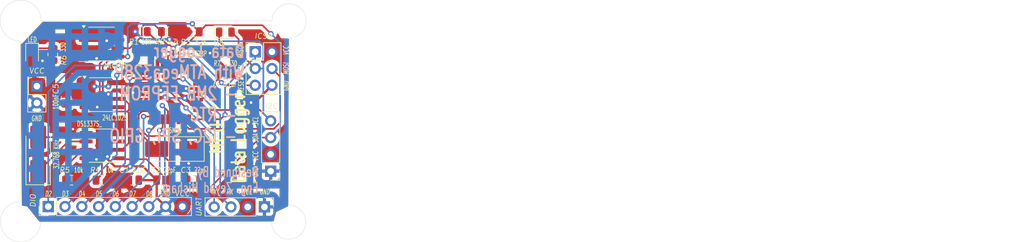
<source format=kicad_pcb>
(kicad_pcb (version 20241229) (generator "pcbnew") (generator_version "9.0")
  (title_block (title "${project_name}") (date "2025-08-28") (comment 1 "2 Layer PCB Version"))
  (layers (0 "F.Cu" mixed) (2 "B.Cu" mixed) (13 "F.Paste" user) (15 "B.Paste" user) (5 "F.SilkS" user "F.Silkscreen") (7 "B.SilkS" user "B.Silkscreen") (1 "F.Mask" user) (3 "B.Mask" user) (25 "Edge.Cuts" user))
  (property "project_name" "MCU Datalogger with Memory and Clock")
  (net 0 "")
  (net 1 "/VCC")
  (net 2 "GND")
  (net 3 "Net-(U3-XTAL1{slash}PB6)")
  (net 4 "Net-(U3-XTAL2{slash}PB7)")
  (net 5 "Net-(U3-AREF)")
  (net 6 "/SCL")
  (net 7 "Net-(D1-K)")
  (net 8 "Net-(D2-K)")
  (net 9 "/SDA")
  (net 10 "/RX")
  (net 11 "/TX")
  (net 12 "/D6")
  (net 13 "/D2")
  (net 14 "/D4")
  (net 15 "/D7")
  (net 16 "/D8")
  (net 17 "/D5")
  (net 18 "/D3")
  (net 19 "/MOSI")
  (net 20 "/RESET")
  (net 21 "/MISO")
  (net 22 "Net-(U4-SQW{slash}~INT)")
  (net 23 "Net-(U4-~{INTA})")
  (net 32 "Net-(U4-X2)")
  (net 33 "Net-(U4-X1)")
  (footprint "Resistor_SMD:R_0805_2012Metric" (layer "F.Cu") (at 134.723 57.15 180)
    (property "Reference" "R5" (at 1.0682 1.524 0) (layer "F.SilkS") (effects (font (size 0.8 0.8) (thickness 0.1) (italic yes))))
    (property "Value" "10k" (at -1.0654 1.524 0) (layer "F.SilkS") (effects (font (size 0.8 0.5) (thickness 0.1))))
    (pad "1" smd roundrect (at -0.9125 0 180) (size 1.025 1.4) (layers "F.Cu" "F.Mask" "F.Paste") (roundrect_rratio 0.243902) (net 1 "/VCC"))
    (pad "2" smd roundrect (at 0.9125 0 180) (size 1.025 1.4) (layers "F.Cu" "F.Mask" "F.Paste") (roundrect_rratio 0.243902) (net 23 "Net-(U4-~{INTA})"))
  )
  (footprint "Resistor_SMD:R_0805_2012Metric" (layer "F.Cu") (at 145.288 34.6456)
    (property "Reference" "R1" (at -1.143 1.5524 0) (layer "F.SilkS") (effects (font (size 0.8 0.8) (thickness 0.1) (italic yes))))
    (property "Value" "10K" (at 0.7874 1.5524 0) (layer "F.SilkS") (effects (font (size 0.8 0.5) (thickness 0.1))))
    (pad "1" smd roundrect (at -0.9125 0) (size 1.025 1.4) (layers "F.Cu" "F.Mask" "F.Paste") (roundrect_rratio 0.243902) (net 1 "/VCC"))
    (pad "2" smd roundrect (at 0.9125 0) (size 1.025 1.4) (layers "F.Cu" "F.Mask" "F.Paste") (roundrect_rratio 0.243902) (net 20 "/RESET"))
  )
  (footprint "Capacitor_SMD:C_0805_2012Metric" (layer "F.Cu") (at 133.9088 44.704 -90)
    (property "Reference" "C5" (at -1.3574 1.5748 270) (layer "F.SilkS") (effects (font (size 0.8 0.8) (thickness 0.1) (italic yes))))
    (property "Value" "100nF" (at 0.573 1.5748 90) (layer "F.SilkS") (effects (font (size 0.8 0.5) (thickness 0.1))))
    (pad "1" smd roundrect (at -0.949999 0 270) (size 1 1.45) (layers "F.Cu" "F.Mask" "F.Paste") (net 1 "/VCC"))
    (pad "2" smd roundrect (at 0.949999 0 270) (size 1 1.45) (layers "F.Cu" "F.Mask" "F.Paste") (net 2 "GND"))
  )
  (footprint "Capacitor_SMD:C_0805_2012Metric" (layer "F.Cu") (at 143.9555 57.15 180)
    (property "Reference" "C1" (at 1.2583 1.524 0) (layer "F.SilkS") (effects (font (size 0.8 0.8) (thickness 0.1) (italic yes))))
    (property "Value" "0.1uF" (at -0.9769 1.524 0) (layer "F.SilkS") (effects (font (size 0.8 0.5) (thickness 0.1))))
    (pad "1" smd roundrect (at -0.949999 0 180) (size 1 1.45) (layers "F.Cu" "F.Mask" "F.Paste") (net 2 "GND"))
    (pad "2" smd roundrect (at 0.949999 0 180) (size 1 1.45) (layers "F.Cu" "F.Mask" "F.Paste") (net 1 "/VCC"))
  )
  (footprint "Connector_PinHeader_2.54mm:PinHeader_2x03_P2.54mm_Vertical" (layer "F.Cu") (at 162.555 37.6936)
    (property "Reference" "ICSP" (at 1.27 -2.38 0) (layer "F.SilkS") (effects (font (size 0.8 0.8) (thickness 0.1) (italic yes))))
    (property "Value" "Conn_02x03_Odd_Even" (hide yes))
    (pad "1" thru_hole rect (at 0 0) (size 1.7 1.7) (drill 1) (layers "*.Cu" "*.Mask") (net 21 "/MISO"))
    (pad "2" thru_hole circle (at 2.54 0) (size 1.7 1.7) (drill 1) (layers "*.Cu" "*.Mask") (net 1 "/VCC"))
    (pad "3" thru_hole circle (at 0 2.54) (size 1.7 1.7) (drill 1) (layers "*.Cu" "*.Mask") (net 6 "/SCL"))
    (pad "4" thru_hole circle (at 2.54 2.54) (size 1.7 1.7) (drill 1) (layers "*.Cu" "*.Mask") (net 19 "/MOSI"))
    (pad "5" thru_hole circle (at 0 5.08) (size 1.7 1.7) (drill 1) (layers "*.Cu" "*.Mask") (net 20 "/RESET"))
    (pad "6" thru_hole circle (at 2.54 5.08) (size 1.7 1.7) (drill 1) (layers "*.Cu" "*.Mask") (net 2 "GND"))
  )
  (footprint "Resistor_SMD:R_0805_2012Metric" (layer "F.Cu") (at 139.3393 57.15 180)
    (property "Reference" "R4" (at 1.0617 1.524 0) (layer "F.SilkS") (effects (font (size 0.8 0.8) (thickness 0.1) (italic yes))))
    (property "Value" "10k" (at -1.0719 1.524 0) (layer "F.SilkS") (effects (font (size 0.8 0.5) (thickness 0.1))))
    (pad "1" smd roundrect (at -0.9125 0 180) (size 1.025 1.4) (layers "F.Cu" "F.Mask" "F.Paste") (roundrect_rratio 0.243902) (net 1 "/VCC"))
    (pad "2" smd roundrect (at 0.9125 0 180) (size 1.025 1.4) (layers "F.Cu" "F.Mask" "F.Paste") (roundrect_rratio 0.243902) (net 22 "Net-(U4-SQW{slash}~INT)"))
  )
  (footprint "Crystal:Crystal_SMD_5032-2Pin_5.0x3.2mm_HandSoldering" (layer "F.Cu") (at 129.667 53.2384 90)
    (property "Reference" "Y2" (hide yes))
    (property "Value" "32.768 KHz" (at 0 2.7686 90) (layer "F.SilkS") (effects (font (size 0.8 0.5) (thickness 0.1))))
    (pad "1" smd roundrect (at -2.600001 0 90) (size 3.5 2.4) (layers "F.Cu" "F.Mask" "F.Paste") (roundrect_rratio 0.104167) (net 32 "Net-(U4-X2)"))
    (pad "2" smd roundrect (at 2.600001 0 90) (size 3.5 2.4) (layers "F.Cu" "F.Mask" "F.Paste") (roundrect_rratio 0.104167) (net 33 "Net-(U4-X1)"))
  )
  (footprint "MountingHole:MountingHole_2.1mm" (layer "F.Cu") (at 167.64 33.0708)
    (property "Reference" "H1" (hide yes))
    (property "Value" "MountingHole" (hide yes))
    (pad "" np_thru_hole circle (at 0 0) (size 2.1 2.1) (drill 2.1) (layers "*.Cu" "*.Mask"))
  )
  (footprint "Package_SO:SOIC-8_3.9x4.9mm_P1.27mm" (layer "F.Cu") (at 139.3952 44.1861)
    (property "Reference" "U1" (hide yes))
    (property "Value" "24LC1025" (at 1.8796 3.5124 0) (layer "F.SilkS") (effects (font (size 0.8 0.5) (thickness 0.1))))
    (pad "1" smd roundrect (at -2.475 -1.905) (size 1.95 0.6) (layers "F.Cu" "F.Mask" "F.Paste") (net 1 "/VCC"))
    (pad "2" smd roundrect (at -2.475 -0.635) (size 1.95 0.6) (layers "F.Cu" "F.Mask" "F.Paste") (net 1 "/VCC"))
    (pad "3" smd roundrect (at -2.475 0.635) (size 1.95 0.6) (layers "F.Cu" "F.Mask" "F.Paste") (net 1 "/VCC"))
    (pad "4" smd roundrect (at -2.475 1.905) (size 1.95 0.6) (layers "F.Cu" "F.Mask" "F.Paste") (net 2 "GND"))
    (pad "5" smd roundrect (at 2.475 1.905) (size 1.95 0.6) (layers "F.Cu" "F.Mask" "F.Paste") (net 9 "/SDA"))
    (pad "6" smd roundrect (at 2.475 0.635) (size 1.95 0.6) (layers "F.Cu" "F.Mask" "F.Paste") (net 6 "/SCL"))
    (pad "7" smd roundrect (at 2.475 -0.635) (size 1.95 0.6) (layers "F.Cu" "F.Mask" "F.Paste") (net 2 "GND"))
    (pad "8" smd roundrect (at 2.475 -1.905) (size 1.95 0.6) (layers "F.Cu" "F.Mask" "F.Paste") (net 1 "/VCC"))
  )
  (footprint "Package_SO:SOIC-8_3.9x4.9mm_P1.27mm" (layer "F.Cu") (at 139.2682 36.5196)
    (property "Reference" "U2" (hide yes))
    (property "Value" "24LC1025" (at 2.1082 3.2568 0) (layer "F.SilkS") (effects (font (size 0.8 0.5) (thickness 0.1))))
    (pad "1" smd roundrect (at -2.475 -1.905) (size 1.95 0.6) (layers "F.Cu" "F.Mask" "F.Paste") (net 1 "/VCC"))
    (pad "2" smd roundrect (at -2.475 -0.635) (size 1.95 0.6) (layers "F.Cu" "F.Mask" "F.Paste") (net 2 "GND"))
    (pad "3" smd roundrect (at -2.475 0.635) (size 1.95 0.6) (layers "F.Cu" "F.Mask" "F.Paste") (net 1 "/VCC"))
    (pad "4" smd roundrect (at -2.475 1.905) (size 1.95 0.6) (layers "F.Cu" "F.Mask" "F.Paste") (net 2 "GND"))
    (pad "5" smd roundrect (at 2.475 1.905) (size 1.95 0.6) (layers "F.Cu" "F.Mask" "F.Paste") (net 9 "/SDA"))
    (pad "6" smd roundrect (at 2.475 0.635) (size 1.95 0.6) (layers "F.Cu" "F.Mask" "F.Paste") (net 6 "/SCL"))
    (pad "7" smd roundrect (at 2.475 -0.635) (size 1.95 0.6) (layers "F.Cu" "F.Mask" "F.Paste") (net 2 "GND"))
    (pad "8" smd roundrect (at 2.475 -1.905) (size 1.95 0.6) (layers "F.Cu" "F.Mask" "F.Paste") (net 1 "/VCC"))
  )
  (footprint "MountingHole:MountingHole_2.1mm" (layer "F.Cu") (at 167.64 63.5)
    (property "Reference" "H3" (hide yes))
    (property "Value" "MountingHole" (hide yes))
    (pad "" np_thru_hole circle (at 0 0) (size 2.1 2.1) (drill 2.1) (layers "*.Cu" "*.Mask"))
  )
  (footprint "footprints:QFP80P900X900X120-32N" (layer "F.Cu") (at 149.733 43.75)
    (property "Reference" "U3" (hide yes))
    (property "Value" "ATmega328P" (at 3.1242 -5.7516 0) (layer "F.SilkS") (effects (font (size 0.8 0.5) (thickness 0.1))))
    (pad "1" smd roundrect (at -4.17 -2.8) (size 1.47 0.55) (layers "F.Cu" "F.Mask" "F.Paste") (roundrect_rratio 0.125) (net 18 "/D3"))
    (pad "2" smd roundrect (at -4.17 -2) (size 1.47 0.55) (layers "F.Cu" "F.Mask" "F.Paste") (roundrect_rratio 0.125) (net 14 "/D4"))
    (pad "3" smd roundrect (at -4.17 -1.2) (size 1.47 0.55) (layers "F.Cu" "F.Mask" "F.Paste") (roundrect_rratio 0.125) (net 2 "GND"))
    (pad "4" smd roundrect (at -4.17 -0.4) (size 1.47 0.55) (layers "F.Cu" "F.Mask" "F.Paste") (roundrect_rratio 0.125) (net 1 "/VCC"))
    (pad "5" smd roundrect (at -4.17 0.4) (size 1.47 0.55) (layers "F.Cu" "F.Mask" "F.Paste") (roundrect_rratio 0.125) (net 2 "GND"))
    (pad "6" smd roundrect (at -4.17 1.2) (size 1.47 0.55) (layers "F.Cu" "F.Mask" "F.Paste") (roundrect_rratio 0.125) (net 1 "/VCC"))
    (pad "7" smd roundrect (at -4.17 2) (size 1.47 0.55) (layers "F.Cu" "F.Mask" "F.Paste") (roundrect_rratio 0.125) (net 3 "Net-(U3-XTAL1{slash}PB6)"))
    (pad "8" smd roundrect (at -4.17 2.8) (size 1.47 0.55) (layers "F.Cu" "F.Mask" "F.Paste") (roundrect_rratio 0.125) (net 4 "Net-(U3-XTAL2{slash}PB7)"))
    (pad "9" smd roundrect (at -2.8 4.17) (size 0.55 1.47) (layers "F.Cu" "F.Mask" "F.Paste") (roundrect_rratio 0.125) (net 17 "/D5"))
    (pad "10" smd roundrect (at -2 4.17) (size 0.55 1.47) (layers "F.Cu" "F.Mask" "F.Paste") (roundrect_rratio 0.125) (net 12 "/D6"))
    (pad "11" smd roundrect (at -1.2 4.17) (size 0.55 1.47) (layers "F.Cu" "F.Mask" "F.Paste") (roundrect_rratio 0.125) (net 15 "/D7"))
    (pad "12" smd roundrect (at -0.4 4.17) (size 0.55 1.47) (layers "F.Cu" "F.Mask" "F.Paste") (roundrect_rratio 0.125) (net 16 "/D8"))
    (pad "13" smd roundrect (at 0.4 4.17) (size 0.55 1.47) (layers "F.Cu" "F.Mask" "F.Paste") (roundrect_rratio 0.125))
    (pad "14" smd roundrect (at 1.2 4.17) (size 0.55 1.47) (layers "F.Cu" "F.Mask" "F.Paste") (roundrect_rratio 0.125))
    (pad "15" smd roundrect (at 2 4.17) (size 0.55 1.47) (layers "F.Cu" "F.Mask" "F.Paste") (roundrect_rratio 0.125) (net 19 "/MOSI"))
    (pad "16" smd roundrect (at 2.8 4.17) (size 0.55 1.47) (layers "F.Cu" "F.Mask" "F.Paste") (roundrect_rratio 0.125) (net 21 "/MISO"))
    (pad "17" smd roundrect (at 4.17 2.8) (size 1.47 0.55) (layers "F.Cu" "F.Mask" "F.Paste") (roundrect_rratio 0.125) (net 6 "/SCL"))
    (pad "18" smd roundrect (at 4.17 2) (size 1.47 0.55) (layers "F.Cu" "F.Mask" "F.Paste") (roundrect_rratio 0.125) (net 1 "/VCC"))
    (pad "19" smd roundrect (at 4.17 1.2) (size 1.47 0.55) (layers "F.Cu" "F.Mask" "F.Paste") (roundrect_rratio 0.125))
    (pad "20" smd roundrect (at 4.17 0.4) (size 1.47 0.55) (layers "F.Cu" "F.Mask" "F.Paste") (roundrect_rratio 0.125) (net 5 "Net-(U3-AREF)"))
    (pad "21" smd roundrect (at 4.17 -0.4) (size 1.47 0.55) (layers "F.Cu" "F.Mask" "F.Paste") (roundrect_rratio 0.125) (net 2 "GND"))
    (pad "22" smd roundrect (at 4.17 -1.2) (size 1.47 0.55) (layers "F.Cu" "F.Mask" "F.Paste") (roundrect_rratio 0.125))
    (pad "23" smd roundrect (at 4.17 -2) (size 1.47 0.55) (layers "F.Cu" "F.Mask" "F.Paste") (roundrect_rratio 0.125))
    (pad "24" smd roundrect (at 4.17 -2.8) (size 1.47 0.55) (layers "F.Cu" "F.Mask" "F.Paste") (roundrect_rratio 0.125))
    (pad "25" smd roundrect (at 2.8 -4.17) (size 0.55 1.47) (layers "F.Cu" "F.Mask" "F.Paste") (roundrect_rratio 0.125))
    (pad "26" smd roundrect (at 2 -4.17) (size 0.55 1.47) (layers "F.Cu" "F.Mask" "F.Paste") (roundrect_rratio 0.125))
    (pad "27" smd roundrect (at 1.2 -4.17) (size 0.55 1.47) (layers "F.Cu" "F.Mask" "F.Paste") (roundrect_rratio 0.125) (net 9 "/SDA"))
    (pad "28" smd roundrect (at 0.4 -4.17) (size 0.55 1.47) (layers "F.Cu" "F.Mask" "F.Paste") (roundrect_rratio 0.125) (net 6 "/SCL"))
    (pad "29" smd roundrect (at -0.4 -4.17) (size 0.55 1.47) (layers "F.Cu" "F.Mask" "F.Paste") (roundrect_rratio 0.125) (net 20 "/RESET"))
    (pad "30" smd roundrect (at -1.2 -4.17) (size 0.55 1.47) (layers "F.Cu" "F.Mask" "F.Paste") (roundrect_rratio 0.125) (net 10 "/RX"))
    (pad "31" smd roundrect (at -2 -4.17) (size 0.55 1.47) (layers "F.Cu" "F.Mask" "F.Paste") (roundrect_rratio 0.125) (net 11 "/TX"))
    (pad "32" smd roundrect (at -2.8 -4.17) (size 0.55 1.47) (layers "F.Cu" "F.Mask" "F.Paste") (roundrect_rratio 0.125) (net 13 "/D2"))
  )
  (footprint "Connector_PinHeader_2.54mm:PinHeader_1x04_P2.54mm_Vertical" (layer "F.Cu") (at 163.957 61.204 -90)
    (property "Reference" "UART" (at 0 9.9314 270) (layer "F.SilkS") (effects (font (size 0.8 0.8) (thickness 0.1) (italic yes))))
    (property "Value" "Conn_01x04_Pin" (hide yes))
    (pad "1" thru_hole rect (at 0 0 270) (size 1.7 1.7) (drill 1) (layers "*.Cu" "*.Mask") (net 2 "GND"))
    (pad "2" thru_hole circle (at 0 2.54 270) (size 1.7 1.7) (drill 1) (layers "*.Cu" "*.Mask") (net 1 "/VCC"))
    (pad "3" thru_hole circle (at 0 5.079999 270) (size 1.7 1.7) (drill 1) (layers "*.Cu" "*.Mask") (net 10 "/RX"))
    (pad "4" thru_hole circle (at 0 7.62 270) (size 1.7 1.7) (drill 1) (layers "*.Cu" "*.Mask") (net 11 "/TX"))
  )
  (footprint "MountingHole:MountingHole_2.1mm" (layer "F.Cu") (at 127 63.5)
    (property "Reference" "H4" (hide yes))
    (property "Value" "MountingHole" (hide yes))
    (pad "" np_thru_hole circle (at 0 0) (size 2.1 2.1) (drill 2.1) (layers "*.Cu" "*.Mask"))
  )
  (footprint "LED_SMD:LED_0805_2012Metric" (layer "F.Cu") (at 158.028 34.713)
    (property "Reference" "D1" (hide yes))
    (property "Value" "LED" (at -1.031 1.7106 180) (layer "F.SilkS") (effects (font (size 0.8 0.5) (thickness 0.1))))
    (pad "1" smd roundrect (at -0.937501 0) (size 0.975 1.4) (layers "F.Cu" "F.Mask" "F.Paste") (net 7 "Net-(D1-K)"))
    (pad "2" smd roundrect (at 0.937501 0) (size 0.975 1.4) (layers "F.Cu" "F.Mask" "F.Paste") (net 6 "/SCL"))
  )
  (footprint "Connector_PinHeader_2.54mm:PinHeader_1x04_P2.54mm_Vertical" (layer "F.Cu") (at 164.8968 55.7784 180)
    (property "Reference" "I2C" (at -0.0508 9.8552 180) (layer "F.SilkS") (effects (font (size 0.8 0.8) (thickness 0.1) (italic yes))))
    (property "Value" "Conn_01x04_Pin" (hide yes))
    (pad "1" thru_hole rect (at 0 0 180) (size 1.7 1.7) (drill 1) (layers "*.Cu" "*.Mask") (net 2 "GND"))
    (pad "2" thru_hole circle (at 0 2.54 180) (size 1.7 1.7) (drill 1) (layers "*.Cu" "*.Mask") (net 1 "/VCC"))
    (pad "3" thru_hole circle (at 0 5.079999 180) (size 1.7 1.7) (drill 1) (layers "*.Cu" "*.Mask") (net 9 "/SDA"))
    (pad "4" thru_hole circle (at 0 7.62 180) (size 1.7 1.7) (drill 1) (layers "*.Cu" "*.Mask") (net 6 "/SCL"))
  )
  (footprint "Capacitor_SMD:C_0805_2012Metric" (layer "F.Cu") (at 153.188 57.15)
    (property "Reference" "C3" (at -1.1944 -1.524 0) (layer "F.SilkS") (effects (font (size 0.8 0.8) (thickness 0.1) (italic yes))))
    (property "Value" "22pF" (at 1.0408 -1.524 0) (layer "F.SilkS") (effects (font (size 0.8 0.5) (thickness 0.1))))
    (pad "1" smd roundrect (at -0.949999 0) (size 1 1.45) (layers "F.Cu" "F.Mask" "F.Paste") (net 2 "GND"))
    (pad "2" smd roundrect (at 0.949999 0) (size 1 1.45) (layers "F.Cu" "F.Mask" "F.Paste") (net 4 "Net-(U3-XTAL2{slash}PB7)"))
  )
  (footprint "Connector_PinHeader_2.54mm:PinHeader_1x09_P2.54mm_Vertical" (layer "F.Cu") (at 131.191 61.149 90)
    (property "Reference" "DIO" (at 0.9002 -2.3114 270) (layer "F.SilkS") (effects (font (size 0.8 0.8) (thickness 0.1) (italic yes))))
    (property "Value" "Conn_01x09_Pin" (hide yes))
    (pad "1" thru_hole rect (at 0 0 90) (size 1.7 1.7) (drill 1) (layers "*.Cu" "*.Mask") (net 13 "/D2"))
    (pad "2" thru_hole circle (at 0 2.54 90) (size 1.7 1.7) (drill 1) (layers "*.Cu" "*.Mask") (net 18 "/D3"))
    (pad "3" thru_hole circle (at 0 5.079999 90) (size 1.7 1.7) (drill 1) (layers "*.Cu" "*.Mask") (net 14 "/D4"))
    (pad "4" thru_hole circle (at 0 7.62 90) (size 1.7 1.7) (drill 1) (layers "*.Cu" "*.Mask") (net 17 "/D5"))
    (pad "5" thru_hole circle (at 0 10.16 90) (size 1.7 1.7) (drill 1) (layers "*.Cu" "*.Mask") (net 12 "/D6"))
    (pad "6" thru_hole circle (at 0 12.7 90) (size 1.7 1.7) (drill 1) (layers "*.Cu" "*.Mask") (net 15 "/D7"))
    (pad "7" thru_hole circle (at 0 15.24 90) (size 1.7 1.7) (drill 1) (layers "*.Cu" "*.Mask") (net 16 "/D8"))
    (pad "8" thru_hole circle (at 0 17.780001 90) (size 1.7 1.7) (drill 1) (layers "*.Cu" "*.Mask") (net 2 "GND"))
    (pad "9" thru_hole circle (at 0 20.32 90) (size 1.7 1.7) (drill 1) (layers "*.Cu" "*.Mask") (net 1 "/VCC"))
  )
  (footprint "MountingHole:MountingHole_2.1mm" (layer "F.Cu") (at 127 33.0708)
    (property "Reference" "H2" (hide yes))
    (property "Value" "MountingHole" (hide yes))
    (pad "" np_thru_hole circle (at 0 0) (size 2.1 2.1) (drill 2.1) (layers "*.Cu" "*.Mask"))
  )
  (footprint "Capacitor_SMD:C_0805_2012Metric" (layer "F.Cu") (at 158.008 40.9956)
    (property "Reference" "C4" (at -1.3462 1.6256 180) (layer "F.SilkS") (effects (font (size 0.8 0.5) (thickness 0.1) (italic yes))))
    (property "Value" "0.1uF" (at 0.7366 1.6256 0) (layer "F.SilkS") (effects (font (size 0.8 0.5) (thickness 0.1))))
    (pad "1" smd roundrect (at -0.949999 0) (size 1 1.45) (layers "F.Cu" "F.Mask" "F.Paste") (net 5 "Net-(U3-AREF)"))
    (pad "2" smd roundrect (at 0.949999 0) (size 1 1.45) (layers "F.Cu" "F.Mask" "F.Paste") (net 2 "GND"))
  )
  (footprint "Resistor_SMD:R_0805_2012Metric" (layer "F.Cu") (at 153.162 34.668)
    (property "Reference" "R3" (at -1.1684 1.5524 0) (layer "F.SilkS") (effects (font (size 0.8 0.8) (thickness 0.1) (italic yes))))
    (property "Value" "4.7k" (at 1.1176 1.5524 0) (layer "F.SilkS") (effects (font (size 0.8 0.5) (thickness 0.1))))
    (pad "1" smd roundrect (at -0.9125 0) (size 1.025 1.4) (layers "F.Cu" "F.Mask" "F.Paste") (roundrect_rratio 0.243902) (net 1 "/VCC"))
    (pad "2" smd roundrect (at 0.9125 0) (size 1.025 1.4) (layers "F.Cu" "F.Mask" "F.Paste") (roundrect_rratio 0.243902) (net 9 "/SDA"))
  )
  (footprint "Crystal:Crystal_SMD_5032-2Pin_5.0x3.2mm_HandSoldering" (layer "F.Cu") (at 150.2156 52.4256 180)
    (property "Reference" "Y1" (hide yes))
    (property "Value" "16MHz" (at 0 2.8 0) (layer "F.SilkS") (effects (font (size 0.8 0.5) (thickness 0.1))))
    (pad "1" smd roundrect (at -2.600001 0 180) (size 3.5 2.4) (layers "F.Cu" "F.Mask" "F.Paste") (roundrect_rratio 0.104167) (net 4 "Net-(U3-XTAL2{slash}PB7)"))
    (pad "2" smd roundrect (at 2.600001 0 180) (size 3.5 2.4) (layers "F.Cu" "F.Mask" "F.Paste") (roundrect_rratio 0.104167) (net 3 "Net-(U3-XTAL1{slash}PB6)"))
  )
  (footprint "Resistor_SMD:R_0805_2012Metric" (layer "F.Cu") (at 157.988 37.9476)
    (property "Reference" "R7" (at -1.256476 1.524 180) (layer "F.SilkS") (effects (font (size 0.8 0.5) (thickness 0.1) (italic yes))))
    (property "Value" "330" (at 1.1176 1.524 180) (layer "F.SilkS") (effects (font (size 0.8 0.5) (thickness 0.1))))
    (pad "1" smd roundrect (at -0.9125 0) (size 1.025 1.4) (layers "F.Cu" "F.Mask" "F.Paste") (roundrect_rratio 0.243902) (net 2 "GND"))
    (pad "2" smd roundrect (at 0.9125 0) (size 1.025 1.4) (layers "F.Cu" "F.Mask" "F.Paste") (roundrect_rratio 0.243902) (net 7 "Net-(D1-K)"))
  )
  (footprint "Resistor_SMD:R_0805_2012Metric" (layer "F.Cu") (at 149.2504 34.6456 180)
    (property "Reference" "R2" (at 1.1684 -1.5016 0) (layer "F.SilkS") (effects (font (size 0.8 0.8) (thickness 0.1) (italic yes))))
    (property "Value" "4.7k" (at -0.9125 -1.5524 0) (layer "F.SilkS") (effects (font (size 0.8 0.5) (thickness 0.1))))
    (pad "1" smd roundrect (at -0.9125 0 180) (size 1.025 1.4) (layers "F.Cu" "F.Mask" "F.Paste") (roundrect_rratio 0.243902) (net 1 "/VCC"))
    (pad "2" smd roundrect (at 0.9125 0 180) (size 1.025 1.4) (layers "F.Cu" "F.Mask" "F.Paste") (roundrect_rratio 0.243902) (net 6 "/SCL"))
  )
  (footprint "LED_SMD:LED_0805_2012Metric" (layer "F.Cu") (at 128.7398 38.1 -90)
    (property "Reference" "D2" (hide yes))
    (property "Value" "LED" (at -2.2464 -0.0128 180) (layer "F.SilkS") (effects (font (size 0.8 0.5) (thickness 0.1))))
    (pad "1" smd roundrect (at -0.937501 0 270) (size 0.975 1.4) (layers "F.Cu" "F.Mask" "F.Paste") (net 8 "Net-(D2-K)"))
    (pad "2" smd roundrect (at 0.937501 0 270) (size 0.975 1.4) (layers "F.Cu" "F.Mask" "F.Paste") (net 1 "/VCC"))
  )
  (footprint "footprints:SOIC127P600X175-8N" (layer "F.Cu") (at 139.3952 51.9176)
    (property "Reference" "U4" (hide yes))
    (property "Value" "DS1337S_" (at -1.9812 -3.302 0) (layer "F.SilkS") (effects (font (size 0.8 0.5) (thickness 0.1))))
    (pad "1" smd roundrect (at -2.475 -1.905) (size 1.97 0.59) (layers "F.Cu" "F.Mask" "F.Paste") (roundrect_rratio 0.125) (net 33 "Net-(U4-X1)"))
    (pad "2" smd roundrect (at -2.475 -0.635) (size 1.97 0.59) (layers "F.Cu" "F.Mask" "F.Paste") (roundrect_rratio 0.125) (net 32 "Net-(U4-X2)"))
    (pad "3" smd roundrect (at -2.475 0.635) (size 1.97 0.59) (layers "F.Cu" "F.Mask" "F.Paste") (roundrect_rratio 0.125) (net 23 "Net-(U4-~{INTA})"))
    (pad "4" smd roundrect (at -2.475 1.905) (size 1.97 0.59) (layers "F.Cu" "F.Mask" "F.Paste") (roundrect_rratio 0.125) (net 2 "GND"))
    (pad "5" smd roundrect (at 2.475 1.905) (size 1.97 0.59) (layers "F.Cu" "F.Mask" "F.Paste") (roundrect_rratio 0.125) (net 9 "/SDA"))
    (pad "6" smd roundrect (at 2.475 0.635) (size 1.97 0.59) (layers "F.Cu" "F.Mask" "F.Paste") (roundrect_rratio 0.125) (net 6 "/SCL"))
    (pad "7" smd roundrect (at 2.475 -0.635) (size 1.97 0.59) (layers "F.Cu" "F.Mask" "F.Paste") (roundrect_rratio 0.125) (net 22 "Net-(U4-SQW{slash}~INT)"))
    (pad "8" smd roundrect (at 2.475 -1.905) (size 1.97 0.59) (layers "F.Cu" "F.Mask" "F.Paste") (roundrect_rratio 0.125) (net 1 "/VCC"))
  )
  (footprint "Connector_PinHeader_2.54mm:PinHeader_2x01_P2.54mm_Vertical" (layer "F.Cu") (at 129.4638 42.9068 -90)
    (property "Reference" "VCC" (at -2.3176 0.0254 0) (layer "F.SilkS") (effects (font (size 0.8 0.8) (thickness 0.1) (italic yes))))
    (property "Value" "Battery" (hide yes))
    (pad "1" thru_hole rect (at 0 0 270) (size 1.7 1.7) (drill 1) (layers "*.Cu" "*.Mask") (net 1 "/VCC"))
    (pad "2" thru_hole circle (at 2.54 0 270) (size 1.7 1.7) (drill 1) (layers "*.Cu" "*.Mask") (net 2 "GND"))
  )
  (footprint "Capacitor_SMD:C_0805_2012Metric" (layer "F.Cu") (at 148.5718 57.15)
    (property "Reference" "C2" (at -1.1502 -1.524 0) (layer "F.SilkS") (effects (font (size 0.8 0.8) (thickness 0.1) (italic yes))))
    (property "Value" "22pF" (at 1.0342 -1.524 0) (layer "F.SilkS") (effects (font (size 0.8 0.5) (thickness 0.1))))
    (pad "1" smd roundrect (at -0.949999 0) (size 1 1.45) (layers "F.Cu" "F.Mask" "F.Paste") (net 2 "GND"))
    (pad "2" smd roundrect (at 0.949999 0) (size 1 1.45) (layers "F.Cu" "F.Mask" "F.Paste") (net 3 "Net-(U3-XTAL1{slash}PB6)"))
  )
  (footprint "Resistor_SMD:R_0805_2012Metric" (layer "F.Cu") (at 131.8768 38.1 90)
    (property "Reference" "R6" (at -0.9125 1.6603 270) (layer "F.SilkS") (effects (font (size 0.8 0.8) (thickness 0.1) (italic yes))))
    (property "Value" "330" (at 1.1288 1.5494 90) (layer "F.SilkS") (effects (font (size 0.8 0.5) (thickness 0.1))))
    (pad "1" smd roundrect (at -0.9125 0 90) (size 1.025 1.4) (layers "F.Cu" "F.Mask" "F.Paste") (roundrect_rratio 0.243902) (net 2 "GND"))
    (pad "2" smd roundrect (at 0.9125 0 90) (size 1.025 1.4) (layers "F.Cu" "F.Mask" "F.Paste") (roundrect_rratio 0.243902) (net 8 "Net-(D2-K)"))
  )
  (gr_arc (start 130.048 63.5) (mid 124.826553 65.586725) (end 127 60.400777) (stroke (width 0.05)) (layer "Edge.Cuts"))
  (gr_line (start 130.048 63.499981) (end 165.0492 63.5) (stroke (width 0.05)) (layer "Edge.Cuts"))
  (gr_arc (start 167.64 60.9092) (mid 169.471972 65.331972) (end 165.0492 63.5) (stroke (width 0.05)) (layer "Edge.Cuts"))
  (gr_arc (start 127 36.068) (mid 124.82685 30.760132) (end 130.098384 33.019993) (stroke (width 0.05)) (layer "Edge.Cuts"))
  (gr_line (start 130.098383 33.019993) (end 165.1 33.02) (stroke (width 0.05)) (layer "Edge.Cuts"))
  (gr_arc (start 165.1 33.02) (mid 169.504364 31.169803) (end 167.742605 35.610282) (stroke (width 0.05)) (layer "Edge.Cuts"))
  (gr_line (start 167.64 60.9092) (end 167.742605 35.610282) (stroke (width 0.05)) (layer "Edge.Cuts"))
  (gr_line (start 127 36.068) (end 127 60.400777) (stroke (width 0.05)) (layer "Edge.Cuts"))
  (gr_text "D3" (at 133.739467 59.2328 0) (layer "F.SilkS") (effects (font (size 0.8 0.5) (thickness 0.1) (italic yes))))
  (gr_text "VCC" (at 162.6108 53.4924 90) (layer "F.SilkS") (effects (font (size 0.8 0.5) (thickness 0.1) (italic yes))))
  (gr_text "SDA" (at 162.6108 50.800001 90) (layer "F.SilkS") (effects (font (size 0.8 0.5) (thickness 0.1) (italic yes))))
  (gr_text "GND" (at 167.2336 42.8752 90) (layer "F.SilkS") (effects (font (size 0.8 0.5) (thickness 0.1) (italic yes))))
  (gr_text "MCU\nData Logger" (at 158.4198 50.8 90) (layer "F.SilkS") (effects (font (size 2 1.5) (thickness 0.3) (bold yes))))
  (gr_text "RX" (at 158.6992 58.928 0) (layer "F.SilkS") (effects (font (size 0.8 0.5) (thickness 0.1) (italic yes))))
  (gr_text "GND" (at 129.3876 47.8028 0) (layer "F.SilkS") (effects (font (size 0.8 0.5) (thickness 0.1) (italic yes))))
  (gr_text "GND" (at 148.8948 59.182 0) (layer "F.SilkS") (effects (font (size 0.8 0.5) (thickness 0.1) (italic yes))))
  (gr_text "SCL\n" (at 160.4264 40.2706 90) (layer "F.SilkS") (effects (font (size 0.8 0.5) (thickness 0.1) (italic yes))))
  (gr_text "GND" (at 163.9824 58.928 0) (layer "F.SilkS") (effects (font (size 0.8 0.5) (thickness 0.1) (italic yes))))
  (gr_text "D5" (at 138.8364 59.2328 0) (layer "F.SilkS") (effects (font (size 0.8 0.5) (thickness 0.1) (italic yes))))
  (gr_text "MOSI\n" (at 167.2336 40.2336 90) (layer "F.SilkS") (effects (font (size 0.8 0.5) (thickness 0.1) (italic yes))))
  (gr_text "D2" (at 131.191 59.2328 0) (layer "F.SilkS") (effects (font (size 0.8 0.5) (thickness 0.1) (italic yes))))
  (gr_text "GND" (at 162.6108 55.9308 90) (layer "F.SilkS") (effects (font (size 0.8 0.5) (thickness 0.1) (italic yes))))
  (gr_text "MISO" (at 160.3756 37.6936 90) (layer "F.SilkS") (effects (font (size 0.8 0.5) (thickness 0.1) (italic yes))))
  (gr_text "D6\n" (at 141.384867 59.2328 0) (layer "F.SilkS") (effects (font (size 0.8 0.5) (thickness 0.1) (italic yes))))
  (gr_text "VCC" (at 161.3916 58.928 0) (layer "F.SilkS") (effects (font (size 0.8 0.5) (thickness 0.1) (italic yes))))
  (gr_text "VCC" (at 167.2336 37.4904 90) (layer "F.SilkS") (effects (font (size 0.8 0.5) (thickness 0.1) (italic yes))))
  (gr_text "SCL\n" (at 162.6108 48.2092 90) (layer "F.SilkS") (effects (font (size 0.8 0.5) (thickness 0.1) (italic yes))))
  (gr_text "D8" (at 146.4818 59.2328 0) (layer "F.SilkS") (effects (font (size 0.8 0.5) (thickness 0.1) (italic yes))))
  (gr_text "RESET" (at 160.4264 42.8244 90) (layer "F.SilkS") (effects (font (size 0.8 0.5) (thickness 0.1) (italic yes))))
  (gr_text "TX\n" (at 156.2608 58.928 0) (layer "F.SilkS") (effects (font (size 0.8 0.5) (thickness 0.1) (italic yes))))
  (gr_text "D4\n" (at 136.287933 59.2328 0) (layer "F.SilkS") (effects (font (size 0.8 0.5) (thickness 0.1) (italic yes))))
  (gr_text "VCC" (at 151.511 59.182 0) (layer "F.SilkS") (effects (font (size 0.8 0.8) (thickness 0.1) (italic yes))))
  (gr_text "D7" (at 143.933333 59.2328 0) (layer "F.SilkS") (effects (font (size 0.8 0.5) (thickness 0.1) (italic yes))))
  (gr_text "Data Logger \nWith ATMega328P\n - 2MB EEPROM\n - RTC\n - I2C, SPI, GPIO" (at 161.1122 51.6382 0) (layer "B.SilkS") (effects (font (size 2 1.5) (thickness 0.3) (bold yes)) (justify left bottom mirror)))
  (gr_text "Designed By:\nEng. Zeyad Hisham" (at 163.1696 59.2074 0) (layer "B.SilkS") (effects (font (size 1.5 1) (thickness 0.2) (bold yes)) (justify left bottom mirror)))
  (segment (start 150.1629 35.185734) (end 149.556781 35.791853) (width 0.35) (layer "F.Cu") (net 1))
  (segment (start 153.903 45.75) (end 152.9126 45.75) (width 0.35) (layer "F.Cu") (net 1))
  (segment (start 148.830088 44.563088) (end 146.724 44.563088) (width 0.35) (layer "F.Cu") (net 1))
  (segment (start 148.8694 44.6024) (end 148.830088 44.563088) (width 0.35) (layer "F.Cu") (net 1))
  (segment (start 150.1629 34.6456) (end 150.1629 35.185734) (width 0.35) (layer "F.Cu") (net 1))
  (segment (start 138.1638 42.9514) (end 137.5199 42.9514) (width 0.35) (layer "F.Cu") (net 1))
  (segment (start 141.8702 42.2811) (end 140.9667 42.2811) (width 0.35) (layer "F.Cu") (net 1))
  (segment (start 137.5199 42.9514) (end 136.9202 43.5511) (width 0.35) (layer "F.Cu") (net 1))
  (segment (start 146.337088 44.95) (end 146.724 44.563088) (width 0.35) (layer "F.Cu") (net 1))
  (segment (start 145.563 44.95) (end 146.337088 44.95) (width 0.35) (layer "F.Cu") (net 1))
  (segment (start 146.724 43.736912) (end 146.337088 43.35) (width 0.35) (layer "F.Cu") (net 1))
  (segment (start 146.337088 43.35) (end 145.563 43.35) (width 0.35) (layer "F.Cu") (net 1))
  (segment (start 152.9126 45.75) (end 151.892 44.7294) (width 0.35) (layer "F.Cu") (net 1))
  (segment (start 140.9667 42.2811) (end 140.2964 42.9514) (width 0.35) (layer "F.Cu") (net 1))
  (segment (start 143.965151 42.581099) (end 142.170199 42.581099) (width 0.35) (layer "F.Cu") (net 1))
  (segment (start 144.734052 43.35) (end 143.965151 42.581099) (width 0.35) (layer "F.Cu") (net 1))
  (segment (start 142.170199 42.581099) (end 141.8702 42.2811) (width 0.35) (layer "F.Cu") (net 1))
  (segment (start 145.563 43.35) (end 144.734052 43.35) (width 0.35) (layer "F.Cu") (net 1))
  (segment (start 146.724 44.563088) (end 146.724 43.736912) (width 0.35) (layer "F.Cu") (net 1))
  (via (at 151.892 44.7294) (size 0.9) (drill 0.4) (layers "F.Cu" "B.Cu") (net 1))
  (via (at 149.556781 35.791853) (size 0.9) (drill 0.4) (layers "F.Cu" "B.Cu") (net 1))
  (via (at 140.2964 42.9514) (size 0.9) (drill 0.4) (layers "F.Cu" "B.Cu") (net 1))
  (via (at 148.8694 44.6024) (size 0.9) (drill 0.4) (layers "F.Cu" "B.Cu") (net 1))
  (via (at 138.1638 42.9514) (size 0.9) (drill 0.4) (layers "F.Cu" "B.Cu") (net 1))
  (via (at 144.3755 34.6456) (size 0.9) (drill 0.4) (layers "F.Cu" "B.Cu") (net 1))
  (segment (start 149.556781 35.791853) (end 145.521753 35.791853) (width 0.35) (layer "B.Cu") (net 1))
  (segment (start 151.892 44.7294) (end 148.9964 44.7294) (width 0.35) (layer "B.Cu") (net 1))
  (segment (start 148.9964 44.7294) (end 148.8694 44.6024) (width 0.35) (layer "B.Cu") (net 1))
  (segment (start 140.2964 42.9514) (end 138.1638 42.9514) (width 0.35) (layer "B.Cu") (net 1))
  (segment (start 145.521753 35.791853) (end 144.3755 34.6456) (width 0.35) (layer "B.Cu") (net 1))
  (segment (start 140.0489 36.026) (end 136.9346 36.026) (width 0.35) (layer "F.Cu") (net 2))
  (segment (start 144.9055 57.15) (end 147.6218 57.15) (width 0.35) (layer "F.Cu") (net 2))
  (segment (start 153.8186 43.2656) (end 153.903 43.35) (width 0.35) (layer "F.Cu") (net 2))
  (segment (start 138.5164 38.6921) (end 137.0607 38.6921) (width 0.35) (layer "F.Cu") (net 2))
  (segment (start 157.0755 39.113101) (end 158.957999 40.9956) (width 0.35) (layer "F.Cu") (net 2))
  (segment (start 155.7097 37.8927) (end 157.0206 37.8927) (width 0.35) (layer "F.Cu") (net 2))
  (segment (start 152.0717 43.2656) (end 153.8186 43.2656) (width 0.35) (layer "F.Cu") (net 2))
  (segment (start 141.273502 55.0672) (end 143.5862 55.0672) (width 0.35) (layer "F.Cu") (net 2))
  (segment (start 136.9346 36.026) (end 136.7932 35.8846) (width 0.35) (layer "F.Cu") (net 2))
  (segment (start 133.9088 45.654) (end 136.4831 45.654) (width 0.35) (layer "F.Cu") (net 2))
  (segment (start 147.266 42.55) (end 145.563 42.55) (width 0.35) (layer "F.Cu") (net 2))
  (segment (start 147.621801 59.7998) (end 148.971001 61.149) (width 0.35) (layer "F.Cu") (net 2))
  (segment (start 147.621801 57.15) (end 147.621801 59.7998) (width 0.35) (layer "F.Cu") (net 2))
  (segment (start 137.9405 46.0756) (end 137.925 46.0911) (width 0.35) (layer "F.Cu") (net 2))
  (segment (start 165.095 42.7736) (end 162.4788 45.3898) (width 0.35) (layer "F.Cu") (net 2))
  (segment (start 152.238 54.8453) (end 152.238 57.15) (width 0.35) (layer "F.Cu") (net 2))
  (segment (start 144.0351 43.8899) (end 144.2952 44.15) (width 0.35) (layer "F.Cu") (net 2))
  (segment (start 162.4788 45.3898) (end 161.925 45.3898) (width 0.35) (layer "F.Cu") (net 2))
  (segment (start 144.0351 43.8899) (end 142.209 43.8899) (width 0.35) (layer "F.Cu") (net 2))
  (segment (start 141.7432 35.8846) (end 141.6018 36.026) (width 0.35) (layer "F.Cu") (net 2))
  (segment (start 138.3162 53.8226) (end 138.494 54.0004) (width 0.35) (layer "F.Cu") (net 2))
  (segment (start 140.48767 44.1198) (end 141.05637 43.5511) (width 0.35) (layer "F.Cu") (net 2))
  (segment (start 152.4727 54.6106) (end 152.238 54.8453) (width 0.35) (layer "F.Cu") (net 2))
  (segment (start 136.9202 53.8226) (end 138.3162 53.8226) (width 0.35) (layer "F.Cu") (net 2))
  (segment (start 142.209 43.8899) (end 141.8702 43.5511) (width 0.35) (layer "F.Cu") (net 2))
  (segment (start 140.144 53.937698) (end 141.273502 55.0672) (width 0.35) (layer "F.Cu") (net 2))
  (segment (start 157.0206 37.8927) (end 157.0755 37.9476) (width 0.35) (layer "F.Cu") (net 2))
  (segment (start 144.2952 44.15) (end 145.563 44.15) (width 0.35) (layer "F.Cu") (net 2))
  (segment (start 158.958 40.9956) (end 159.6978 41.7354) (width 0.35) (layer "F.Cu") (net 2))
  (segment (start 140.144 53.569275) (end 140.144 53.937698) (width 0.35) (layer "F.Cu") (net 2))
  (segment (start 138.6078 46.0756) (end 137.9405 46.0756) (width 0.35) (layer "F.Cu") (net 2))
  (segment (start 131.8357 39.0536) (end 131.8768 39.0125) (width 0.35) (layer "F.Cu") (net 2))
  (segment (start 137.0607 38.6921) (end 136.7932 38.4246) (width 0.35) (layer "F.Cu") (net 2))
  (segment (start 147.621801 57.15) (end 145.539001 55.0672) (width 0.35) (layer "F.Cu") (net 2))
  (segment (start 137.925 46.0911) (end 136.9202 46.0911) (width 0.35) (layer "F.Cu") (net 2))
  (segment (start 148.2507 43.5347) (end 147.266 42.55) (width 0.35) (layer "F.Cu") (net 2))
  (segment (start 159.6978 41.7354) (end 160.5784 41.7354) (width 0.35) (layer "F.Cu") (net 2))
  (segment (start 136.4831 45.654) (end 136.9202 46.0911) (width 0.35) (layer "F.Cu") (net 2))
  (segment (start 130.3083 39.0536) (end 131.8357 39.0536) (width 0.35) (layer "F.Cu") (net 2))
  (segment (start 141.6018 36.026) (end 140.0489 36.026) (width 0.35) (layer "F.Cu") (net 2))
  (segment (start 145.539001 55.0672) (end 143.5862 55.0672) (width 0.35) (layer "F.Cu") (net 2))
  (segment (start 140.2964 44.1198) (end 140.48767 44.1198) (width 0.35) (layer "F.Cu") (net 2))
  (segment (start 157.0755 37.9476) (end 157.0755 39.113101) (width 0.35) (layer "F.Cu") (net 2))
  (segment (start 141.05637 43.5511) (end 141.8702 43.5511) (width 0.35) (layer "F.Cu") (net 2))
  (via (at 144.0351 43.8899) (size 0.9) (drill 0.4) (layers "F.Cu" "B.Cu") (net 2))
  (via (at 143.5862 55.0672) (size 0.9) (drill 0.4) (layers "F.Cu" "B.Cu") (net 2))
  (via (at 138.6078 46.0756) (size 0.9) (drill 0.4) (layers "F.Cu" "B.Cu") (net 2))
  (via (at 152.0717 43.2656) (size 0.9) (drill 0.4) (layers "F.Cu" "B.Cu") (net 2))
  (via (at 155.7097 37.8927) (size 0.9) (drill 0.4) (layers "F.Cu" "B.Cu") (net 2))
  (via (at 138.494 54.0004) (size 0.9) (drill 0.4) (layers "F.Cu" "B.Cu") (net 2))
  (via (at 140.2964 44.1198) (size 0.9) (drill 0.4) (layers "F.Cu" "B.Cu") (net 2))
  (via (at 148.2507 43.5347) (size 0.9) (drill 0.4) (layers "F.Cu" "B.Cu") (net 2))
  (via (at 160.5784 41.7354) (size 0.9) (drill 0.4) (layers "F.Cu" "B.Cu") (net 2))
  (via (at 140.0489 36.026) (size 0.9) (drill 0.4) (layers "F.Cu" "B.Cu") (net 2))
  (via (at 140.144 53.569275) (size 0.9) (drill 0.4) (layers "F.Cu" "B.Cu") (net 2))
  (via (at 161.925 45.3898) (size 0.9) (drill 0.4) (layers "F.Cu" "B.Cu") (net 2))
  (via (at 138.5164 38.6921) (size 0.9) (drill 0.4) (layers "F.Cu" "B.Cu") (net 2))
  (via (at 130.3083 39.0536) (size 0.9) (drill 0.4) (layers "F.Cu" "B.Cu") (net 2))
  (via (at 152.4727 54.6106) (size 0.9) (drill 0.4) (layers "F.Cu" "B.Cu") (net 2))
  (segment (start 140.092525 53.5178) (end 138.9766 53.5178) (width 0.35) (layer "B.Cu") (net 2))
  (segment (start 138.9766 53.5178) (end 138.494 54.0004) (width 0.35) (layer "B.Cu") (net 2))
  (segment (start 140.144 53.569275) (end 140.092525 53.5178) (width 0.35) (layer "B.Cu") (net 2))
  (segment (start 144.8487 45.75) (end 145.563 45.75) (width 0.25) (layer "F.Cu") (net 3))
  (segment (start 144.4023 49.3288) (end 144.4023 46.1964) (width 0.25) (layer "F.Cu") (net 3))
  (segment (start 149.5218 54.3318) (end 147.6156 52.4256) (width 0.25) (layer "F.Cu") (net 3))
  (segment (start 144.4023 46.1964) (end 144.8487 45.75) (width 0.25) (layer "F.Cu") (net 3))
  (segment (start 147.6156 52.4256) (end 147.4991 52.4256) (width 0.25) (layer "F.Cu") (net 3))
  (segment (start 147.4991 52.4256) (end 144.4023 49.3288) (width 0.25) (layer "F.Cu") (net 3))
  (segment (start 149.5218 57.15) (end 149.5218 54.3318) (width 0.25) (layer "F.Cu") (net 3))
  (segment (start 144.8983 49.1624) (end 144.8983 47.2147) (width 0.25) (layer "F.Cu") (net 4))
  (segment (start 154.138 57.15) (end 154.138 53.748) (width 0.25) (layer "F.Cu") (net 4))
  (segment (start 144.8983 47.2147) (end 145.563 46.55) (width 0.25) (layer "F.Cu") (net 4))
  (segment (start 154.138 53.748) (end 152.8156 52.4256) (width 0.25) (layer "F.Cu") (net 4))
  (segment (start 150.8634 50.4734) (end 146.2093 50.4734) (width 0.25) (layer "F.Cu") (net 4))
  (segment (start 146.2093 50.4734) (end 144.8983 49.1624) (width 0.25) (layer "F.Cu") (net 4))
  (segment (start 152.8156 52.4256) (end 150.8634 50.4734) (width 0.25) (layer "F.Cu") (net 4))
  (segment (start 157.058 40.9956) (end 157.058 41.7114) (width 0.25) (layer "F.Cu") (net 5))
  (segment (start 154.6194 44.15) (end 153.903 44.15) (width 0.25) (layer "F.Cu") (net 5))
  (segment (start 157.058 41.7114) (end 154.6194 44.15) (width 0.25) (layer "F.Cu") (net 5))
  (segment (start 145.362 35.3336) (end 145.362 33.950086) (width 0.25) (layer "F.Cu") (net 6))
  (segment (start 143.383 46.9531) (end 143.1765 46.7466) (width 0.25) (layer "F.Cu") (net 6))
  (segment (start 148.3379 35.7397) (end 148.3379 34.6456) (width 0.25) (layer "F.Cu") (net 6))
  (segment (start 149.2758 36.6776) (end 149.625 36.6776) (width 0.25) (layer "F.Cu") (net 6))
  (segment (start 147.3119 33.6196) (end 148.3379 34.6456) (width 0.25) (layer "F.Cu") (net 6))
  (segment (start 163.2532 46.5148) (end 153.9382 46.5148) (width 0.25) (layer "F.Cu") (net 6))
  (segment (start 142.6365 44.8211) (end 141.8702 44.8211) (width 0.25) (layer "F.Cu") (net 6))
  (segment (start 145.692486 33.6196) (end 147.3119 33.6196) (width 0.25) (layer "F.Cu") (net 6))
  (segment (start 164.8968 48.1584) (end 163.2532 46.5148) (width 0.25) (layer "F.Cu") (net 6))
  (segment (start 145.362 33.950086) (end 145.692486 33.6196) (width 0.25) (layer "F.Cu") (net 6))
  (segment (start 143.1765 46.7466) (end 140.446941 46.7466) (width 0.25) (layer "F.Cu") (net 6))
  (segment (start 160.039 35.7865) (end 158.9655 34.713) (width 0.25) (layer "F.Cu") (net 6))
  (segment (start 143.4338 45.6184) (end 142.6365 44.8211) (width 0.25) (layer "F.Cu") (net 6))
  (segment (start 149.625 36.6776) (end 150.133 37.1856) (width 0.25) (layer "F.Cu") (net 6))
  (segment (start 141.3234 37.1546) (end 141.7432 37.1546) (width 0.25) (layer "F.Cu") (net 6))
  (segment (start 143.541 37.1546) (end 145.362 35.3336) (width 0.25) (layer "F.Cu") (net 6))
  (segment (start 143.1765 46.7466) (end 143.4338 46.4893) (width 0.25) (layer "F.Cu") (net 6))
  (segment (start 142.3676 52.5526) (end 143.383 51.5372) (width 0.25) (layer "F.Cu") (net 6))
  (segment (start 153.9382 46.5148) (end 153.903 46.55) (width 0.25) (layer "F.Cu") (net 6))
  (segment (start 140.446941 46.7466) (end 138.9888 45.288459) (width 0.25) (layer "F.Cu") (net 6))
  (segment (start 149.2758 36.6776) (end 148.3379 35.7397) (width 0.25) (layer "F.Cu") (net 6))
  (segment (start 143.4338 46.4893) (end 143.4338 45.6184) (width 0.25) (layer "F.Cu") (net 6))
  (segment (start 150.133 39.58) (end 150.133 37.1856) (width 0.25) (layer "F.Cu") (net 6))
  (segment (start 138.9888 39.4892) (end 141.3234 37.1546) (width 0.25) (layer "F.Cu") (net 6))
  (segment (start 138.9888 45.288459) (end 138.9888 39.4892) (width 0.25) (layer "F.Cu") (net 6))
  (segment (start 160.039 37.7176) (end 160.039 35.7865) (width 0.25) (layer "F.Cu") (net 6))
  (segment (start 141.8702 52.5526) (end 142.3676 52.5526) (width 0.25) (layer "F.Cu") (net 6))
  (segment (start 162.555 40.2336) (end 160.039 37.7176) (width 0.25) (layer "F.Cu") (net 6))
  (segment (start 141.7432 37.1546) (end 143.541 37.1546) (width 0.25) (layer "F.Cu") (net 6))
  (segment (start 143.383 51.5372) (end 143.383 46.9531) (width 0.25) (layer "F.Cu") (net 6))
  (via (at 150.133 37.1856) (size 0.8) (drill 0.4) (layers "F.Cu" "B.Cu") (net 6))
  (segment (start 163.7897 47.0513) (end 163.7897 40.2336) (width 0.25) (layer "B.Cu") (net 6))
  (segment (start 163.1414 36.0875) (end 163.7897 36.7358) (width 0.25) (layer "B.Cu") (net 6))
  (segment (start 162.555 40.2336) (end 163.7897 40.2336) (width 0.25) (layer "B.Cu") (net 6))
  (segment (start 150.133 37.1856) (end 151.2311 36.0875) (width 0.25) (layer "B.Cu") (net 6))
  (segment (start 163.7897 36.7358) (end 163.7897 40.2336) (width 0.25) (layer "B.Cu") (net 6))
  (segment (start 164.8968 48.1584) (end 163.7897 47.0513) (width 0.25) (layer "B.Cu") (net 6))
  (segment (start 151.2311 36.0875) (end 163.1414 36.0875) (width 0.25) (layer "B.Cu") (net 6))
  (segment (start 157.0905 36.1376) (end 158.9005 37.9476) (width 0.25) (layer "F.Cu") (net 7))
  (segment (start 157.0905 34.713) (end 157.0905 36.1376) (width 0.25) (layer "F.Cu") (net 7))
  (segment (start 131.8518 37.1625) (end 131.8768 37.1875) (width 0.25) (layer "F.Cu") (net 8))
  (segment (start 128.7398 37.1625) (end 131.8518 37.1625) (width 0.25) (layer "F.Cu") (net 8))
  (segment (start 139.4714 44.9072) (end 139.4714 39.878) (width 0.25) (layer "F.Cu") (net 9))
  (segment (start 150.933 39.58) (end 150.933 37.8125) (width 0.25) (layer "F.Cu") (net 9))
  (segment (start 149.0655 58.2782) (end 155.7168 58.2782) (width 0.25) (layer "F.Cu") (net 9))
  (segment (start 143.2306 38.4246) (end 141.7432 38.4246) (width 0.25) (layer "F.Cu") (net 9))
  (segment (start 164.929 34.9514) (end 163.6505 33.6729) (width 0.25) (layer "F.Cu") (net 9))
  (segment (start 146.0769 53.9829) (end 148.5968 56.5028) (width 0.25) (layer "F.Cu") (net 9))
  (segment (start 163.2966 50.6984) (end 164.8968 50.6984) (width 0.25) (layer "F.Cu") (net 9))
  (segment (start 163.6505 33.6729) (end 155.0696 33.6729) (width 0.25) (layer "F.Cu") (net 9))
  (segment (start 148.5968 56.5028) (end 148.5968 57.8095) (width 0.25) (layer "F.Cu") (net 9))
  (segment (start 140.9248 38.4246) (end 141.7432 38.4246) (width 0.25) (layer "F.Cu") (net 9))
  (segment (start 148.5968 57.8095) (end 149.0655 58.2782) (width 0.25) (layer "F.Cu") (net 9))
  (segment (start 155.0696 33.6729) (end 154.0745 34.668) (width 0.25) (layer "F.Cu") (net 9))
  (segment (start 142.0305 53.9829) (end 146.0769 53.9829) (width 0.25) (layer "F.Cu") (net 9))
  (segment (start 141.8702 53.8226) (end 142.0305 53.9829) (width 0.25) (layer "F.Cu") (net 9))
  (segment (start 154.0745 34.671) (end 154.0745 34.668) (width 0.25) (layer "F.Cu") (net 9))
  (segment (start 141.8702 46.0911) (end 140.6553 46.0911) (width 0.25) (layer "F.Cu") (net 9))
  (segment (start 150.933 37.8125) (end 154.0745 34.671) (width 0.25) (layer "F.Cu") (net 9))
  (segment (start 140.6553 46.0911) (end 139.4714 44.9072) (width 0.25) (layer "F.Cu") (net 9))
  (segment (start 153.035 33.6285) (end 154.0745 34.668) (width 0.25) (layer "F.Cu") (net 9))
  (segment (start 153.035 33.4518) (end 153.035 33.6285) (width 0.25) (layer "F.Cu") (net 9))
  (segment (start 155.7168 58.2782) (end 163.2966 50.6984) (width 0.25) (layer "F.Cu") (net 9))
  (segment (start 139.4714 39.878) (end 140.9248 38.4246) (width 0.25) (layer "F.Cu") (net 9))
  (via (at 143.2306 38.4246) (size 0.8) (drill 0.4) (layers "F.Cu" "B.Cu") (net 9))
  (via (at 153.035 33.4518) (size 0.8) (drill 0.4) (layers "F.Cu" "B.Cu") (net 9))
  (via (at 164.929 34.9514) (size 0.8) (drill 0.4) (layers "F.Cu" "B.Cu") (net 9))
  (segment (start 166.3257 36.3481) (end 164.929 34.9514) (width 0.25) (layer "B.Cu") (net 9))
  (segment (start 143.2306 38.4246) (end 143.2306 34.0106) (width 0.25) (layer "B.Cu") (net 9))
  (segment (start 143.7894 33.4518) (end 153.035 33.4518) (width 0.25) (layer "B.Cu") (net 9))
  (segment (start 166.3257 49.2695) (end 166.3257 36.3481) (width 0.25) (layer "B.Cu") (net 9))
  (segment (start 143.2306 34.0106) (end 143.7894 33.4518) (width 0.25) (layer "B.Cu") (net 9))
  (segment (start 164.8968 50.6984) (end 166.3257 49.2695) (width 0.25) (layer "B.Cu") (net 9))
  (segment (start 148.533 40.2418) (end 148.533 39.58) (width 0.25) (layer "F.Cu") (net 10))
  (segment (start 150.1081 41.8169) (end 148.533 40.2418) (width 0.25) (layer "F.Cu") (net 10))
  (segment (start 151.6169 41.8169) (end 150.1081 41.8169) (width 0.25) (layer "F.Cu") (net 10))
  (via (at 151.6169 41.8169) (size 0.8) (drill 0.4) (layers "F.Cu" "B.Cu") (net 10))
  (segment (start 151.6169 41.8169) (end 151.8013 41.8169) (width 0.25) (layer "B.Cu") (net 10))
  (segment (start 151.8013 41.8169) (end 157.2498 47.2654) (width 0.25) (layer "B.Cu") (net 10))
  (segment (start 157.2498 47.2654) (end 157.2498 59.5768) (width 0.25) (layer "B.Cu") (net 10))
  (segment (start 157.2498 59.5768) (end 158.877 61.204) (width 0.25) (layer "B.Cu") (net 10))
  (segment (start 152.0717 46.205) (end 152.0717 46.1866) (width 0.25) (layer "F.Cu") (net 11))
  (segment (start 147.733 41.8479) (end 147.733 39.58) (width 0.25) (layer "F.Cu") (net 11))
  (segment (start 152.0717 46.1866) (end 147.733 41.8479) (width 0.25) (layer "F.Cu") (net 11))
  (via (at 152.0717 46.205) (size 0.8) (drill 0.4) (layers "F.Cu" "B.Cu") (net 11))
  (segment (start 156.337 50.4703) (end 156.337 61.204) (width 0.25) (layer "B.Cu") (net 11))
  (segment (start 152.0717 46.205) (end 156.337 50.4703) (width 0.25) (layer "B.Cu") (net 11))
  (segment (start 147.733 47.92) (end 147.733 48.594) (width 0.25) (layer "F.Cu") (net 12))
  (segment (start 147.733 48.594) (end 146.7127 49.6143) (width 0.25) (layer "F.Cu") (net 12))
  (segment (start 146.7127 49.6143) (end 146.4274 49.6143) (width 0.25) (layer "F.Cu") (net 12))
  (via (at 146.4274 49.6143) (size 0.8) (drill 0.4) (layers "F.Cu" "B.Cu") (net 12))
  (segment (start 146.4274 56.0726) (end 146.4274 49.6143) (width 0.25) (layer "B.Cu") (net 12))
  (segment (start 141.351 61.149) (end 146.4274 56.0726) (width 0.25) (layer "B.Cu") (net 12))
  (segment (start 146.933 39.58) (end 146.7378 39.7752) (width 0.25) (layer "F.Cu") (net 13))
  (segment (start 146.7378 39.7752) (end 141.8717 39.7752) (width 0.25) (layer "F.Cu") (net 13))
  (via (at 141.8717 39.7752) (size 0.8) (drill 0.4) (layers "F.Cu" "B.Cu") (net 13))
  (segment (start 131.191 43.7642) (end 135.18 39.7752) (width 0.25) (layer "B.Cu") (net 13))
  (segment (start 131.191 61.149) (end 131.191 43.7642) (width 0.25) (layer "B.Cu") (net 13))
  (segment (start 135.18 39.7752) (end 141.8717 39.7752) (width 0.25) (layer "B.Cu") (net 13))
  (segment (start 143.5354 41.675) (end 145.488 41.675) (width 0.25) (layer "F.Cu") (net 14))
  (segment (start 145.488 41.675) (end 145.563 41.75) (width 0.25) (layer "F.Cu") (net 14))
  (via (at 143.5354 41.675) (size 0.8) (drill 0.4) (layers "F.Cu" "B.Cu") (net 14))
  (segment (start 143.5354 42.3818) (end 142.8525 43.0647) (width 0.25) (layer "B.Cu") (net 14))
  (segment (start 142.8525 54.5675) (end 136.271 61.149) (width 0.25) (layer "B.Cu") (net 14))
  (segment (start 142.8525 43.0647) (end 142.8525 54.5675) (width 0.25) (layer "B.Cu") (net 14))
  (segment (start 143.5354 41.675) (end 143.5354 42.3818) (width 0.25) (layer "B.Cu") (net 14))
  (segment (start 148.0758 49.6143) (end 148.533 49.1571) (width 0.25) (layer "F.Cu") (net 15))
  (segment (start 148.533 49.1571) (end 148.533 47.92) (width 0.25) (layer "F.Cu") (net 15))
  (via (at 148.0758 49.6143) (size 0.8) (drill 0.4) (layers "F.Cu" "B.Cu") (net 15))
  (segment (start 143.891 61.149) (end 148.0758 56.9642) (width 0.25) (layer "B.Cu") (net 15))
  (segment (start 148.0758 56.9642) (end 148.0758 49.6143) (width 0.25) (layer "B.Cu") (net 15))
  (segment (start 149.333 46.7009) (end 148.4758 45.8437) (width 0.25) (layer "F.Cu") (net 16))
  (segment (start 149.333 47.92) (end 149.333 46.7009) (width 0.25) (layer "F.Cu") (net 16))
  (via (at 148.4758 45.8437) (size 0.8) (drill 0.4) (layers "F.Cu" "B.Cu") (net 16))
  (segment (start 148.8595 46.2274) (end 148.8595 58.7205) (width 0.25) (layer "B.Cu") (net 16))
  (segment (start 148.8595 58.7205) (end 146.431 61.149) (width 0.25) (layer "B.Cu") (net 16))
  (segment (start 148.4758 45.8437) (end 148.8595 46.2274) (width 0.25) (layer "B.Cu") (net 16))
  (segment (start 145.6333 47.5076) (end 146.5206 47.5076) (width 0.25) (layer "F.Cu") (net 17))
  (segment (start 146.5206 47.5076) (end 146.933 47.92) (width 0.25) (layer "F.Cu") (net 17))
  (via (at 145.6333 47.5076) (size 0.8) (drill 0.4) (layers "F.Cu" "B.Cu") (net 17))
  (segment (start 145.6333 54.3267) (end 138.811 61.149) (width 0.25) (layer "B.Cu") (net 17))
  (segment (start 145.6333 47.5076) (end 145.6333 54.3267) (width 0.25) (layer "B.Cu") (net 17))
  (segment (start 141.5872 41.2551) (end 141.8923 40.95) (width 0.25) (layer "F.Cu") (net 18))
  (segment (start 141.8923 40.95) (end 145.563 40.95) (width 0.25) (layer "F.Cu") (net 18))
  (via (at 141.5872 41.2551) (size 0.8) (drill 0.4) (layers "F.Cu" "B.Cu") (net 18))
  (segment (start 133.731 61.149) (end 141.5872 53.2928) (width 0.25) (layer "B.Cu") (net 18))
  (segment (start 141.5872 53.2928) (end 141.5872 41.2551) (width 0.25) (layer "B.Cu") (net 18))
  (segment (start 151.733 48.6025) (end 152.5075 49.377) (width 0.25) (layer "F.Cu") (net 19))
  (segment (start 151.733 47.92) (end 151.733 48.6025) (width 0.25) (layer "F.Cu") (net 19))
  (segment (start 166.3452 48.4077) (end 166.3452 41.4838) (width 0.25) (layer "F.Cu") (net 19))
  (segment (start 152.5075 49.377) (end 165.3759 49.377) (width 0.25) (layer "F.Cu") (net 19))
  (segment (start 166.3452 41.4838) (end 165.095 40.2336) (width 0.25) (layer "F.Cu") (net 19))
  (segment (start 165.3759 49.377) (end 166.3452 48.4077) (width 0.25) (layer "F.Cu") (net 19))
  (segment (start 157.8516 42.7736) (end 157.4485 42.3705) (width 0.25) (layer "F.Cu") (net 20))
  (segment (start 149.333 37.9908) (end 149.333 37.7781) (width 0.25) (layer "F.Cu") (net 20))
  (segment (start 149.333 39.58) (end 149.333 37.9908) (width 0.25) (layer "F.Cu") (net 20))
  (segment (start 149.333 37.7781) (end 146.2005 34.6456) (width 0.25) (layer "F.Cu") (net 20))
  (segment (start 149.3879 37.9908) (end 149.333 37.9908) (width 0.25) (layer "F.Cu") (net 20))
  (segment (start 162.555 42.7736) (end 157.8516 42.7736) (width 0.25) (layer "F.Cu") (net 20))
  (via (at 157.4485 42.3705) (size 0.8) (drill 0.4) (layers "F.Cu" "B.Cu") (net 20))
  (via (at 149.3879 37.9908) (size 0.8) (drill 0.4) (layers "F.Cu" "B.Cu") (net 20))
  (segment (start 157.4485 42.3705) (end 153.0688 37.9908) (width 0.25) (layer "B.Cu") (net 20))
  (segment (start 153.0688 37.9908) (end 149.3879 37.9908) (width 0.25) (layer "B.Cu") (net 20))
  (segment (start 152.533 47.92) (end 157.298 47.92) (width 0.25) (layer "F.Cu") (net 21))
  (segment (start 157.298 47.92) (end 157.9765 47.2415) (width 0.25) (layer "F.Cu") (net 21))
  (via (at 157.9765 47.2415) (size 0.8) (drill 0.4) (layers "F.Cu" "B.Cu") (net 21))
  (segment (start 162.1873 38.8703) (end 157.9765 43.0811) (width 0.25) (layer "B.Cu") (net 21))
  (segment (start 157.9765 43.0811) (end 157.9765 47.2415) (width 0.25) (layer "B.Cu") (net 21))
  (segment (start 162.555 37.6936) (end 162.555 38.8703) (width 0.25) (layer "B.Cu") (net 21))
  (segment (start 162.555 38.8703) (end 162.1873 38.8703) (width 0.25) (layer "B.Cu") (net 21))
  (segment (start 141.1732 51.2826) (end 139.319 53.1368) (width 0.25) (layer "F.Cu") (net 22))
  (segment (start 139.319 53.1368) (end 139.319 56.2578) (width 0.25) (layer "F.Cu") (net 22))
  (segment (start 139.319 56.2578) (end 138.4268 57.15) (width 0.25) (layer "F.Cu") (net 22))
  (segment (start 141.8702 51.2826) (end 141.1732 51.2826) (width 0.25) (layer "F.Cu") (net 22))
  (segment (start 133.8105 55.1274) (end 136.3853 52.5526) (width 0.25) (layer "F.Cu") (net 23))
  (segment (start 133.8105 57.15) (end 133.8105 55.1274) (width 0.25) (layer "F.Cu") (net 23))
  (segment (start 136.3853 52.5526) (end 136.9202 52.5526) (width 0.25) (layer "F.Cu") (net 23))
  (segment (start 136.9202 51.2826) (end 134.2228 51.2826) (width 0.25) (layer "F.Cu") (net 32))
  (segment (start 134.2228 51.2826) (end 129.667 55.8384) (width 0.25) (layer "F.Cu") (net 32))
  (segment (start 129.667 50.6384) (end 136.2944 50.6384) (width 0.25) (layer "F.Cu") (net 33))
  (segment (start 136.2944 50.6384) (end 136.9202 50.0126) (width 0.25) (layer "F.Cu") (net 33))
  (zone (net 1) (net_name "/VCC") (layer "F.Cu") (connect_pads yes (clearance 0.5)) (min_thickness 0.25) (fill yes (mode hatch) (thermal_gap 0.5) (thermal_bridge_width 0.5) (hatch_thickness 1) (hatch_gap 1.5) (hatch_orientation 0) (hatch_border_algorithm hatch_thickness) (hatch_min_hole_area 0.3))
    (polygon (pts (xy 127.2286 36.4744) (xy 130.3528 33.1724) (xy 164.9984 33.1978) (xy 166.4716 35.6616) (xy 167.64 35.7124) (xy 167.5384 61.1124) (xy 165.735 61.976) (xy 165.3286 63.3984) (xy 129.8702 63.4492) (xy 127.9906 61.1378) (xy 127.2032 61.0108) (xy 127 36.8046) (xy 127 36.449) (xy 127 36.5252)))
  )
  (zone (net 2) (net_name "GND") (layer "B.Cu") (connect_pads (clearance 0.5)) (min_thickness 0.25) (fill yes (mode hatch) (thermal_gap 0.5) (thermal_bridge_width 0.5) (hatch_thickness 1) (hatch_gap 1.5) (hatch_orientation 0) (hatch_border_algorithm hatch_thickness) (hatch_min_hole_area 0.3))
    (polygon (pts (xy 127.2286 36.443038) (xy 130.3528 33.141038) (xy 164.9984 33.166438) (xy 166.4716 35.630238) (xy 167.64 35.681038) (xy 167.5384 61.081038) (xy 165.735 61.944638) (xy 165.3286 63.367038) (xy 129.8702 63.417838) (xy 127.9906 61.106438) (xy 127.2032 60.979438) (xy 127 36.773238) (xy 127 36.417638) (xy 127 36.493838)))
  )
)
</source>
